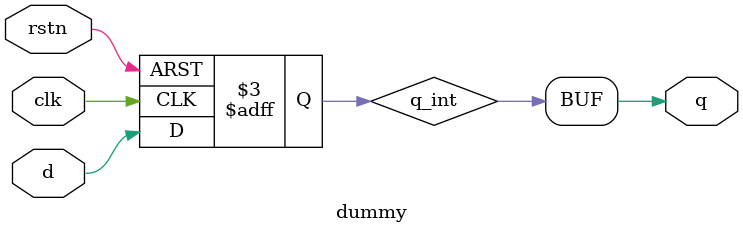
<source format=sv>
`timescale 1ns/1ps

module dummy (
  input  logic clk,
  input  logic rstn,
  input  logic d,
  output logic q
);
  logic q_int;

  always_ff @(posedge clk or negedge rstn) begin
    if (!rstn)
      q_int <= 0;
    else
      q_int <= d;
  end

  // just for test delay_mode unit/zero (this will be ignored or changed to 1), replace q with q_int above
  assign q = q_int;

  specify
    (d => q) = (5:5:5);
  endspecify

endmodule
</source>
